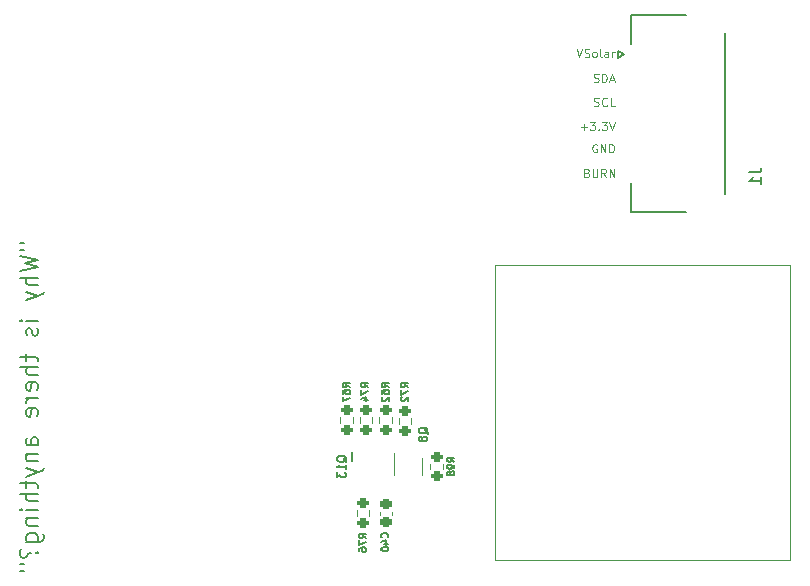
<source format=gbo>
%TF.GenerationSoftware,KiCad,Pcbnew,(6.0.5)*%
%TF.CreationDate,2022-07-09T16:00:03-07:00*%
%TF.ProjectId,solar-panel-side-Z-plus,736f6c61-722d-4706-916e-656c2d736964,rev?*%
%TF.SameCoordinates,Original*%
%TF.FileFunction,Legend,Bot*%
%TF.FilePolarity,Positive*%
%FSLAX46Y46*%
G04 Gerber Fmt 4.6, Leading zero omitted, Abs format (unit mm)*
G04 Created by KiCad (PCBNEW (6.0.5)) date 2022-07-09 16:00:03*
%MOMM*%
%LPD*%
G01*
G04 APERTURE LIST*
G04 Aperture macros list*
%AMRoundRect*
0 Rectangle with rounded corners*
0 $1 Rounding radius*
0 $2 $3 $4 $5 $6 $7 $8 $9 X,Y pos of 4 corners*
0 Add a 4 corners polygon primitive as box body*
4,1,4,$2,$3,$4,$5,$6,$7,$8,$9,$2,$3,0*
0 Add four circle primitives for the rounded corners*
1,1,$1+$1,$2,$3*
1,1,$1+$1,$4,$5*
1,1,$1+$1,$6,$7*
1,1,$1+$1,$8,$9*
0 Add four rect primitives between the rounded corners*
20,1,$1+$1,$2,$3,$4,$5,0*
20,1,$1+$1,$4,$5,$6,$7,0*
20,1,$1+$1,$6,$7,$8,$9,0*
20,1,$1+$1,$8,$9,$2,$3,0*%
G04 Aperture macros list end*
%ADD10C,0.120000*%
%ADD11C,0.100000*%
%ADD12C,0.150000*%
%ADD13C,0.127000*%
%ADD14C,0.200000*%
%ADD15C,0.010000*%
%ADD16C,3.000000*%
%ADD17R,1.700000X1.700000*%
%ADD18O,1.700000X1.700000*%
%ADD19C,3.800000*%
%ADD20C,2.600000*%
%ADD21RoundRect,0.200000X0.275000X-0.200000X0.275000X0.200000X-0.275000X0.200000X-0.275000X-0.200000X0*%
%ADD22RoundRect,0.200000X-0.275000X0.200000X-0.275000X-0.200000X0.275000X-0.200000X0.275000X0.200000X0*%
%ADD23R,0.400000X0.600000*%
%ADD24R,0.400000X0.650000*%
%ADD25RoundRect,0.225000X-0.250000X0.225000X-0.250000X-0.225000X0.250000X-0.225000X0.250000X0.225000X0*%
G04 APERTURE END LIST*
D10*
X168870000Y-107655000D02*
X168870000Y-82655000D01*
X143870000Y-107655000D02*
X168870000Y-107655000D01*
X143870000Y-82655000D02*
X168870000Y-82655000D01*
X143870000Y-107655000D02*
X143870000Y-82655000D01*
D11*
X151684166Y-74880000D02*
X151784166Y-74913333D01*
X151817500Y-74946666D01*
X151850833Y-75013333D01*
X151850833Y-75113333D01*
X151817500Y-75180000D01*
X151784166Y-75213333D01*
X151717500Y-75246666D01*
X151450833Y-75246666D01*
X151450833Y-74546666D01*
X151684166Y-74546666D01*
X151750833Y-74580000D01*
X151784166Y-74613333D01*
X151817500Y-74680000D01*
X151817500Y-74746666D01*
X151784166Y-74813333D01*
X151750833Y-74846666D01*
X151684166Y-74880000D01*
X151450833Y-74880000D01*
X152150833Y-74546666D02*
X152150833Y-75113333D01*
X152184166Y-75180000D01*
X152217500Y-75213333D01*
X152284166Y-75246666D01*
X152417500Y-75246666D01*
X152484166Y-75213333D01*
X152517500Y-75180000D01*
X152550833Y-75113333D01*
X152550833Y-74546666D01*
X153284166Y-75246666D02*
X153050833Y-74913333D01*
X152884166Y-75246666D02*
X152884166Y-74546666D01*
X153150833Y-74546666D01*
X153217500Y-74580000D01*
X153250833Y-74613333D01*
X153284166Y-74680000D01*
X153284166Y-74780000D01*
X153250833Y-74846666D01*
X153217500Y-74880000D01*
X153150833Y-74913333D01*
X152884166Y-74913333D01*
X153584166Y-75246666D02*
X153584166Y-74546666D01*
X153984166Y-75246666D01*
X153984166Y-74546666D01*
D12*
X103678571Y-80817142D02*
X103964285Y-80817142D01*
X103678571Y-81388571D02*
X103964285Y-81388571D01*
X103678571Y-81888571D02*
X105178571Y-82245714D01*
X104107142Y-82531428D01*
X105178571Y-82817142D01*
X103678571Y-83174285D01*
X105178571Y-83745714D02*
X103678571Y-83745714D01*
X105178571Y-84388571D02*
X104392857Y-84388571D01*
X104250000Y-84317142D01*
X104178571Y-84174285D01*
X104178571Y-83960000D01*
X104250000Y-83817142D01*
X104321428Y-83745714D01*
X104178571Y-84960000D02*
X105178571Y-85317142D01*
X104178571Y-85674285D02*
X105178571Y-85317142D01*
X105535714Y-85174285D01*
X105607142Y-85102857D01*
X105678571Y-84960000D01*
X105178571Y-87388571D02*
X104178571Y-87388571D01*
X103678571Y-87388571D02*
X103750000Y-87317142D01*
X103821428Y-87388571D01*
X103750000Y-87460000D01*
X103678571Y-87388571D01*
X103821428Y-87388571D01*
X105107142Y-88031428D02*
X105178571Y-88174285D01*
X105178571Y-88460000D01*
X105107142Y-88602857D01*
X104964285Y-88674285D01*
X104892857Y-88674285D01*
X104750000Y-88602857D01*
X104678571Y-88460000D01*
X104678571Y-88245714D01*
X104607142Y-88102857D01*
X104464285Y-88031428D01*
X104392857Y-88031428D01*
X104250000Y-88102857D01*
X104178571Y-88245714D01*
X104178571Y-88460000D01*
X104250000Y-88602857D01*
X104178571Y-90245714D02*
X104178571Y-90817142D01*
X103678571Y-90460000D02*
X104964285Y-90460000D01*
X105107142Y-90531428D01*
X105178571Y-90674285D01*
X105178571Y-90817142D01*
X105178571Y-91317142D02*
X103678571Y-91317142D01*
X105178571Y-91960000D02*
X104392857Y-91960000D01*
X104250000Y-91888571D01*
X104178571Y-91745714D01*
X104178571Y-91531428D01*
X104250000Y-91388571D01*
X104321428Y-91317142D01*
X105107142Y-93245714D02*
X105178571Y-93102857D01*
X105178571Y-92817142D01*
X105107142Y-92674285D01*
X104964285Y-92602857D01*
X104392857Y-92602857D01*
X104250000Y-92674285D01*
X104178571Y-92817142D01*
X104178571Y-93102857D01*
X104250000Y-93245714D01*
X104392857Y-93317142D01*
X104535714Y-93317142D01*
X104678571Y-92602857D01*
X105178571Y-93959999D02*
X104178571Y-93959999D01*
X104464285Y-93959999D02*
X104321428Y-94031428D01*
X104250000Y-94102857D01*
X104178571Y-94245714D01*
X104178571Y-94388571D01*
X105107142Y-95460000D02*
X105178571Y-95317142D01*
X105178571Y-95031428D01*
X105107142Y-94888571D01*
X104964285Y-94817142D01*
X104392857Y-94817142D01*
X104250000Y-94888571D01*
X104178571Y-95031428D01*
X104178571Y-95317142D01*
X104250000Y-95460000D01*
X104392857Y-95531428D01*
X104535714Y-95531428D01*
X104678571Y-94817142D01*
X105178571Y-97960000D02*
X104392857Y-97960000D01*
X104250000Y-97888571D01*
X104178571Y-97745714D01*
X104178571Y-97460000D01*
X104250000Y-97317142D01*
X105107142Y-97960000D02*
X105178571Y-97817142D01*
X105178571Y-97460000D01*
X105107142Y-97317142D01*
X104964285Y-97245714D01*
X104821428Y-97245714D01*
X104678571Y-97317142D01*
X104607142Y-97460000D01*
X104607142Y-97817142D01*
X104535714Y-97960000D01*
X104178571Y-98674285D02*
X105178571Y-98674285D01*
X104321428Y-98674285D02*
X104250000Y-98745714D01*
X104178571Y-98888571D01*
X104178571Y-99102857D01*
X104250000Y-99245714D01*
X104392857Y-99317142D01*
X105178571Y-99317142D01*
X104178571Y-99888571D02*
X105178571Y-100245714D01*
X104178571Y-100602857D02*
X105178571Y-100245714D01*
X105535714Y-100102857D01*
X105607142Y-100031428D01*
X105678571Y-99888571D01*
X104178571Y-100959999D02*
X104178571Y-101531428D01*
X103678571Y-101174285D02*
X104964285Y-101174285D01*
X105107142Y-101245714D01*
X105178571Y-101388571D01*
X105178571Y-101531428D01*
X105178571Y-102031428D02*
X103678571Y-102031428D01*
X105178571Y-102674285D02*
X104392857Y-102674285D01*
X104250000Y-102602857D01*
X104178571Y-102459999D01*
X104178571Y-102245714D01*
X104250000Y-102102857D01*
X104321428Y-102031428D01*
X105178571Y-103388571D02*
X104178571Y-103388571D01*
X103678571Y-103388571D02*
X103750000Y-103317142D01*
X103821428Y-103388571D01*
X103750000Y-103459999D01*
X103678571Y-103388571D01*
X103821428Y-103388571D01*
X104178571Y-104102857D02*
X105178571Y-104102857D01*
X104321428Y-104102857D02*
X104250000Y-104174285D01*
X104178571Y-104317142D01*
X104178571Y-104531428D01*
X104250000Y-104674285D01*
X104392857Y-104745714D01*
X105178571Y-104745714D01*
X104178571Y-106102857D02*
X105392857Y-106102857D01*
X105535714Y-106031428D01*
X105607142Y-105959999D01*
X105678571Y-105817142D01*
X105678571Y-105602857D01*
X105607142Y-105459999D01*
X105107142Y-106102857D02*
X105178571Y-105959999D01*
X105178571Y-105674285D01*
X105107142Y-105531428D01*
X105035714Y-105459999D01*
X104892857Y-105388571D01*
X104464285Y-105388571D01*
X104321428Y-105459999D01*
X104250000Y-105531428D01*
X104178571Y-105674285D01*
X104178571Y-105959999D01*
X104250000Y-106102857D01*
X105035714Y-107031428D02*
X105107142Y-107102857D01*
X105178571Y-107031428D01*
X105107142Y-106959999D01*
X105035714Y-107031428D01*
X105178571Y-107031428D01*
X103750000Y-106745714D02*
X103678571Y-106888571D01*
X103678571Y-107245714D01*
X103750000Y-107388571D01*
X103892857Y-107459999D01*
X104035714Y-107459999D01*
X104178571Y-107388571D01*
X104250000Y-107317142D01*
X104321428Y-107174285D01*
X104392857Y-107102857D01*
X104535714Y-107031428D01*
X104607142Y-107031428D01*
X103678571Y-108031428D02*
X103964285Y-108031428D01*
X103678571Y-108602857D02*
X103964285Y-108602857D01*
D11*
X152248500Y-67148833D02*
X152348500Y-67182166D01*
X152515166Y-67182166D01*
X152581833Y-67148833D01*
X152615166Y-67115500D01*
X152648500Y-67048833D01*
X152648500Y-66982166D01*
X152615166Y-66915500D01*
X152581833Y-66882166D01*
X152515166Y-66848833D01*
X152381833Y-66815500D01*
X152315166Y-66782166D01*
X152281833Y-66748833D01*
X152248500Y-66682166D01*
X152248500Y-66615500D01*
X152281833Y-66548833D01*
X152315166Y-66515500D01*
X152381833Y-66482166D01*
X152548500Y-66482166D01*
X152648500Y-66515500D01*
X152948500Y-67182166D02*
X152948500Y-66482166D01*
X153115166Y-66482166D01*
X153215166Y-66515500D01*
X153281833Y-66582166D01*
X153315166Y-66648833D01*
X153348500Y-66782166D01*
X153348500Y-66882166D01*
X153315166Y-67015500D01*
X153281833Y-67082166D01*
X153215166Y-67148833D01*
X153115166Y-67182166D01*
X152948500Y-67182166D01*
X153615166Y-66982166D02*
X153948500Y-66982166D01*
X153548500Y-67182166D02*
X153781833Y-66482166D01*
X154015166Y-67182166D01*
X152265166Y-69180833D02*
X152365166Y-69214166D01*
X152531833Y-69214166D01*
X152598500Y-69180833D01*
X152631833Y-69147500D01*
X152665166Y-69080833D01*
X152665166Y-69014166D01*
X152631833Y-68947500D01*
X152598500Y-68914166D01*
X152531833Y-68880833D01*
X152398500Y-68847500D01*
X152331833Y-68814166D01*
X152298500Y-68780833D01*
X152265166Y-68714166D01*
X152265166Y-68647500D01*
X152298500Y-68580833D01*
X152331833Y-68547500D01*
X152398500Y-68514166D01*
X152565166Y-68514166D01*
X152665166Y-68547500D01*
X153365166Y-69147500D02*
X153331833Y-69180833D01*
X153231833Y-69214166D01*
X153165166Y-69214166D01*
X153065166Y-69180833D01*
X152998500Y-69114166D01*
X152965166Y-69047500D01*
X152931833Y-68914166D01*
X152931833Y-68814166D01*
X152965166Y-68680833D01*
X152998500Y-68614166D01*
X153065166Y-68547500D01*
X153165166Y-68514166D01*
X153231833Y-68514166D01*
X153331833Y-68547500D01*
X153365166Y-68580833D01*
X153998500Y-69214166D02*
X153665166Y-69214166D01*
X153665166Y-68514166D01*
X150800000Y-64386666D02*
X151033333Y-65086666D01*
X151266666Y-64386666D01*
X151466666Y-65053333D02*
X151566666Y-65086666D01*
X151733333Y-65086666D01*
X151800000Y-65053333D01*
X151833333Y-65020000D01*
X151866666Y-64953333D01*
X151866666Y-64886666D01*
X151833333Y-64820000D01*
X151800000Y-64786666D01*
X151733333Y-64753333D01*
X151600000Y-64720000D01*
X151533333Y-64686666D01*
X151500000Y-64653333D01*
X151466666Y-64586666D01*
X151466666Y-64520000D01*
X151500000Y-64453333D01*
X151533333Y-64420000D01*
X151600000Y-64386666D01*
X151766666Y-64386666D01*
X151866666Y-64420000D01*
X152266666Y-65086666D02*
X152200000Y-65053333D01*
X152166666Y-65020000D01*
X152133333Y-64953333D01*
X152133333Y-64753333D01*
X152166666Y-64686666D01*
X152200000Y-64653333D01*
X152266666Y-64620000D01*
X152366666Y-64620000D01*
X152433333Y-64653333D01*
X152466666Y-64686666D01*
X152500000Y-64753333D01*
X152500000Y-64953333D01*
X152466666Y-65020000D01*
X152433333Y-65053333D01*
X152366666Y-65086666D01*
X152266666Y-65086666D01*
X152900000Y-65086666D02*
X152833333Y-65053333D01*
X152800000Y-64986666D01*
X152800000Y-64386666D01*
X153466666Y-65086666D02*
X153466666Y-64720000D01*
X153433333Y-64653333D01*
X153366666Y-64620000D01*
X153233333Y-64620000D01*
X153166666Y-64653333D01*
X153466666Y-65053333D02*
X153400000Y-65086666D01*
X153233333Y-65086666D01*
X153166666Y-65053333D01*
X153133333Y-64986666D01*
X153133333Y-64920000D01*
X153166666Y-64853333D01*
X153233333Y-64820000D01*
X153400000Y-64820000D01*
X153466666Y-64786666D01*
X153800000Y-65086666D02*
X153800000Y-64620000D01*
X153800000Y-64753333D02*
X153833333Y-64686666D01*
X153866666Y-64653333D01*
X153933333Y-64620000D01*
X154000000Y-64620000D01*
X151127000Y-70979500D02*
X151660333Y-70979500D01*
X151393666Y-71246166D02*
X151393666Y-70712833D01*
X151927000Y-70546166D02*
X152360333Y-70546166D01*
X152127000Y-70812833D01*
X152227000Y-70812833D01*
X152293666Y-70846166D01*
X152327000Y-70879500D01*
X152360333Y-70946166D01*
X152360333Y-71112833D01*
X152327000Y-71179500D01*
X152293666Y-71212833D01*
X152227000Y-71246166D01*
X152027000Y-71246166D01*
X151960333Y-71212833D01*
X151927000Y-71179500D01*
X152660333Y-71179500D02*
X152693666Y-71212833D01*
X152660333Y-71246166D01*
X152627000Y-71212833D01*
X152660333Y-71179500D01*
X152660333Y-71246166D01*
X152927000Y-70546166D02*
X153360333Y-70546166D01*
X153127000Y-70812833D01*
X153227000Y-70812833D01*
X153293666Y-70846166D01*
X153327000Y-70879500D01*
X153360333Y-70946166D01*
X153360333Y-71112833D01*
X153327000Y-71179500D01*
X153293666Y-71212833D01*
X153227000Y-71246166D01*
X153027000Y-71246166D01*
X152960333Y-71212833D01*
X152927000Y-71179500D01*
X153560333Y-70546166D02*
X153793666Y-71246166D01*
X154027000Y-70546166D01*
X152501666Y-72484500D02*
X152435000Y-72451166D01*
X152335000Y-72451166D01*
X152235000Y-72484500D01*
X152168333Y-72551166D01*
X152135000Y-72617833D01*
X152101666Y-72751166D01*
X152101666Y-72851166D01*
X152135000Y-72984500D01*
X152168333Y-73051166D01*
X152235000Y-73117833D01*
X152335000Y-73151166D01*
X152401666Y-73151166D01*
X152501666Y-73117833D01*
X152535000Y-73084500D01*
X152535000Y-72851166D01*
X152401666Y-72851166D01*
X152835000Y-73151166D02*
X152835000Y-72451166D01*
X153235000Y-73151166D01*
X153235000Y-72451166D01*
X153568333Y-73151166D02*
X153568333Y-72451166D01*
X153735000Y-72451166D01*
X153835000Y-72484500D01*
X153901666Y-72551166D01*
X153935000Y-72617833D01*
X153968333Y-72751166D01*
X153968333Y-72851166D01*
X153935000Y-72984500D01*
X153901666Y-73051166D01*
X153835000Y-73117833D01*
X153735000Y-73151166D01*
X153568333Y-73151166D01*
D12*
X165422380Y-74841666D02*
X166136666Y-74841666D01*
X166279523Y-74794047D01*
X166374761Y-74698809D01*
X166422380Y-74555952D01*
X166422380Y-74460714D01*
X166422380Y-75841666D02*
X166422380Y-75270238D01*
X166422380Y-75555952D02*
X165422380Y-75555952D01*
X165565238Y-75460714D01*
X165660476Y-75365476D01*
X165708095Y-75270238D01*
X140428628Y-99347385D02*
X140142914Y-99147385D01*
X140428628Y-99004528D02*
X139828628Y-99004528D01*
X139828628Y-99233100D01*
X139857200Y-99290242D01*
X139885771Y-99318814D01*
X139942914Y-99347385D01*
X140028628Y-99347385D01*
X140085771Y-99318814D01*
X140114342Y-99290242D01*
X140142914Y-99233100D01*
X140142914Y-99004528D01*
X140428628Y-99633100D02*
X140428628Y-99747385D01*
X140400057Y-99804528D01*
X140371485Y-99833100D01*
X140285771Y-99890242D01*
X140171485Y-99918814D01*
X139942914Y-99918814D01*
X139885771Y-99890242D01*
X139857200Y-99861671D01*
X139828628Y-99804528D01*
X139828628Y-99690242D01*
X139857200Y-99633100D01*
X139885771Y-99604528D01*
X139942914Y-99575957D01*
X140085771Y-99575957D01*
X140142914Y-99604528D01*
X140171485Y-99633100D01*
X140200057Y-99690242D01*
X140200057Y-99804528D01*
X140171485Y-99861671D01*
X140142914Y-99890242D01*
X140085771Y-99918814D01*
X140085771Y-100261671D02*
X140057200Y-100204528D01*
X140028628Y-100175957D01*
X139971485Y-100147385D01*
X139942914Y-100147385D01*
X139885771Y-100175957D01*
X139857200Y-100204528D01*
X139828628Y-100261671D01*
X139828628Y-100375957D01*
X139857200Y-100433100D01*
X139885771Y-100461671D01*
X139942914Y-100490242D01*
X139971485Y-100490242D01*
X140028628Y-100461671D01*
X140057200Y-100433100D01*
X140085771Y-100375957D01*
X140085771Y-100261671D01*
X140114342Y-100204528D01*
X140142914Y-100175957D01*
X140200057Y-100147385D01*
X140314342Y-100147385D01*
X140371485Y-100175957D01*
X140400057Y-100204528D01*
X140428628Y-100261671D01*
X140428628Y-100375957D01*
X140400057Y-100433100D01*
X140371485Y-100461671D01*
X140314342Y-100490242D01*
X140200057Y-100490242D01*
X140142914Y-100461671D01*
X140114342Y-100433100D01*
X140085771Y-100375957D01*
X131589428Y-93048185D02*
X131303714Y-92848185D01*
X131589428Y-92705328D02*
X130989428Y-92705328D01*
X130989428Y-92933900D01*
X131018000Y-92991042D01*
X131046571Y-93019614D01*
X131103714Y-93048185D01*
X131189428Y-93048185D01*
X131246571Y-93019614D01*
X131275142Y-92991042D01*
X131303714Y-92933900D01*
X131303714Y-92705328D01*
X130989428Y-93562471D02*
X130989428Y-93448185D01*
X131018000Y-93391042D01*
X131046571Y-93362471D01*
X131132285Y-93305328D01*
X131246571Y-93276757D01*
X131475142Y-93276757D01*
X131532285Y-93305328D01*
X131560857Y-93333900D01*
X131589428Y-93391042D01*
X131589428Y-93505328D01*
X131560857Y-93562471D01*
X131532285Y-93591042D01*
X131475142Y-93619614D01*
X131332285Y-93619614D01*
X131275142Y-93591042D01*
X131246571Y-93562471D01*
X131218000Y-93505328D01*
X131218000Y-93391042D01*
X131246571Y-93333900D01*
X131275142Y-93305328D01*
X131332285Y-93276757D01*
X130989428Y-93819614D02*
X130989428Y-94219614D01*
X131589428Y-93962471D01*
X136517028Y-93048185D02*
X136231314Y-92848185D01*
X136517028Y-92705328D02*
X135917028Y-92705328D01*
X135917028Y-92933900D01*
X135945600Y-92991042D01*
X135974171Y-93019614D01*
X136031314Y-93048185D01*
X136117028Y-93048185D01*
X136174171Y-93019614D01*
X136202742Y-92991042D01*
X136231314Y-92933900D01*
X136231314Y-92705328D01*
X135917028Y-93248185D02*
X135917028Y-93648185D01*
X136517028Y-93391042D01*
X135974171Y-93848185D02*
X135945600Y-93876757D01*
X135917028Y-93933900D01*
X135917028Y-94076757D01*
X135945600Y-94133900D01*
X135974171Y-94162471D01*
X136031314Y-94191042D01*
X136088457Y-94191042D01*
X136174171Y-94162471D01*
X136517028Y-93819614D01*
X136517028Y-94191042D01*
X132961028Y-105798985D02*
X132675314Y-105598985D01*
X132961028Y-105456128D02*
X132361028Y-105456128D01*
X132361028Y-105684700D01*
X132389600Y-105741842D01*
X132418171Y-105770414D01*
X132475314Y-105798985D01*
X132561028Y-105798985D01*
X132618171Y-105770414D01*
X132646742Y-105741842D01*
X132675314Y-105684700D01*
X132675314Y-105456128D01*
X132361028Y-105998985D02*
X132361028Y-106398985D01*
X132961028Y-106141842D01*
X132361028Y-106884700D02*
X132361028Y-106770414D01*
X132389600Y-106713271D01*
X132418171Y-106684700D01*
X132503885Y-106627557D01*
X132618171Y-106598985D01*
X132846742Y-106598985D01*
X132903885Y-106627557D01*
X132932457Y-106656128D01*
X132961028Y-106713271D01*
X132961028Y-106827557D01*
X132932457Y-106884700D01*
X132903885Y-106913271D01*
X132846742Y-106941842D01*
X132703885Y-106941842D01*
X132646742Y-106913271D01*
X132618171Y-106884700D01*
X132589600Y-106827557D01*
X132589600Y-106713271D01*
X132618171Y-106656128D01*
X132646742Y-106627557D01*
X132703885Y-106598985D01*
X133164228Y-93048185D02*
X132878514Y-92848185D01*
X133164228Y-92705328D02*
X132564228Y-92705328D01*
X132564228Y-92933900D01*
X132592800Y-92991042D01*
X132621371Y-93019614D01*
X132678514Y-93048185D01*
X132764228Y-93048185D01*
X132821371Y-93019614D01*
X132849942Y-92991042D01*
X132878514Y-92933900D01*
X132878514Y-92705328D01*
X132564228Y-93248185D02*
X132564228Y-93648185D01*
X133164228Y-93391042D01*
X132764228Y-94133900D02*
X133164228Y-94133900D01*
X132535657Y-93991042D02*
X132964228Y-93848185D01*
X132964228Y-94219614D01*
D13*
X131292333Y-99358500D02*
X131259000Y-99291833D01*
X131192333Y-99225166D01*
X131092333Y-99125166D01*
X131059000Y-99058500D01*
X131059000Y-98991833D01*
X131225666Y-99025166D02*
X131192333Y-98958500D01*
X131125666Y-98891833D01*
X130992333Y-98858500D01*
X130759000Y-98858500D01*
X130625666Y-98891833D01*
X130559000Y-98958500D01*
X130525666Y-99025166D01*
X130525666Y-99158500D01*
X130559000Y-99225166D01*
X130625666Y-99291833D01*
X130759000Y-99325166D01*
X130992333Y-99325166D01*
X131125666Y-99291833D01*
X131192333Y-99225166D01*
X131225666Y-99158500D01*
X131225666Y-99025166D01*
X131225666Y-99991833D02*
X131225666Y-99591833D01*
X131225666Y-99791833D02*
X130525666Y-99791833D01*
X130625666Y-99725166D01*
X130692333Y-99658500D01*
X130725666Y-99591833D01*
X130525666Y-100225166D02*
X130525666Y-100658500D01*
X130792333Y-100425166D01*
X130792333Y-100525166D01*
X130825666Y-100591833D01*
X130859000Y-100625166D01*
X130925666Y-100658500D01*
X131092333Y-100658500D01*
X131159000Y-100625166D01*
X131192333Y-100591833D01*
X131225666Y-100525166D01*
X131225666Y-100325166D01*
X131192333Y-100258500D01*
X131159000Y-100225166D01*
D12*
X134891428Y-93048185D02*
X134605714Y-92848185D01*
X134891428Y-92705328D02*
X134291428Y-92705328D01*
X134291428Y-92933900D01*
X134320000Y-92991042D01*
X134348571Y-93019614D01*
X134405714Y-93048185D01*
X134491428Y-93048185D01*
X134548571Y-93019614D01*
X134577142Y-92991042D01*
X134605714Y-92933900D01*
X134605714Y-92705328D01*
X134291428Y-93562471D02*
X134291428Y-93448185D01*
X134320000Y-93391042D01*
X134348571Y-93362471D01*
X134434285Y-93305328D01*
X134548571Y-93276757D01*
X134777142Y-93276757D01*
X134834285Y-93305328D01*
X134862857Y-93333900D01*
X134891428Y-93391042D01*
X134891428Y-93505328D01*
X134862857Y-93562471D01*
X134834285Y-93591042D01*
X134777142Y-93619614D01*
X134634285Y-93619614D01*
X134577142Y-93591042D01*
X134548571Y-93562471D01*
X134520000Y-93505328D01*
X134520000Y-93391042D01*
X134548571Y-93333900D01*
X134577142Y-93305328D01*
X134634285Y-93276757D01*
X134348571Y-93848185D02*
X134320000Y-93876757D01*
X134291428Y-93933900D01*
X134291428Y-94076757D01*
X134320000Y-94133900D01*
X134348571Y-94162471D01*
X134405714Y-94191042D01*
X134462857Y-94191042D01*
X134548571Y-94162471D01*
X134891428Y-93819614D01*
X134891428Y-94191042D01*
X138203733Y-96974033D02*
X138170400Y-96907366D01*
X138103733Y-96840700D01*
X138003733Y-96740700D01*
X137970400Y-96674033D01*
X137970400Y-96607366D01*
X138137066Y-96640700D02*
X138103733Y-96574033D01*
X138037066Y-96507366D01*
X137903733Y-96474033D01*
X137670400Y-96474033D01*
X137537066Y-96507366D01*
X137470400Y-96574033D01*
X137437066Y-96640700D01*
X137437066Y-96774033D01*
X137470400Y-96840700D01*
X137537066Y-96907366D01*
X137670400Y-96940700D01*
X137903733Y-96940700D01*
X138037066Y-96907366D01*
X138103733Y-96840700D01*
X138137066Y-96774033D01*
X138137066Y-96640700D01*
X137737066Y-97340700D02*
X137703733Y-97274033D01*
X137670400Y-97240700D01*
X137603733Y-97207366D01*
X137570400Y-97207366D01*
X137503733Y-97240700D01*
X137470400Y-97274033D01*
X137437066Y-97340700D01*
X137437066Y-97474033D01*
X137470400Y-97540700D01*
X137503733Y-97574033D01*
X137570400Y-97607366D01*
X137603733Y-97607366D01*
X137670400Y-97574033D01*
X137703733Y-97540700D01*
X137737066Y-97474033D01*
X137737066Y-97340700D01*
X137770400Y-97274033D01*
X137803733Y-97240700D01*
X137870400Y-97207366D01*
X138003733Y-97207366D01*
X138070400Y-97240700D01*
X138103733Y-97274033D01*
X138137066Y-97340700D01*
X138137066Y-97474033D01*
X138103733Y-97540700D01*
X138070400Y-97574033D01*
X138003733Y-97607366D01*
X137870400Y-97607366D01*
X137803733Y-97574033D01*
X137770400Y-97540700D01*
X137737066Y-97474033D01*
X134783485Y-105748185D02*
X134812057Y-105719614D01*
X134840628Y-105633900D01*
X134840628Y-105576757D01*
X134812057Y-105491042D01*
X134754914Y-105433900D01*
X134697771Y-105405328D01*
X134583485Y-105376757D01*
X134497771Y-105376757D01*
X134383485Y-105405328D01*
X134326342Y-105433900D01*
X134269200Y-105491042D01*
X134240628Y-105576757D01*
X134240628Y-105633900D01*
X134269200Y-105719614D01*
X134297771Y-105748185D01*
X134440628Y-106262471D02*
X134840628Y-106262471D01*
X134212057Y-106119614D02*
X134640628Y-105976757D01*
X134640628Y-106348185D01*
X134240628Y-106691042D02*
X134240628Y-106748185D01*
X134269200Y-106805328D01*
X134297771Y-106833900D01*
X134354914Y-106862471D01*
X134469200Y-106891042D01*
X134612057Y-106891042D01*
X134726342Y-106862471D01*
X134783485Y-106833900D01*
X134812057Y-106805328D01*
X134840628Y-106748185D01*
X134840628Y-106691042D01*
X134812057Y-106633900D01*
X134783485Y-106605328D01*
X134726342Y-106576757D01*
X134612057Y-106548185D01*
X134469200Y-106548185D01*
X134354914Y-106576757D01*
X134297771Y-106605328D01*
X134269200Y-106633900D01*
X134240628Y-106691042D01*
D13*
X155410000Y-78225000D02*
X160035000Y-78225000D01*
X154265000Y-64550000D02*
X154265000Y-65150000D01*
X163360000Y-63050000D02*
X163360000Y-76650000D01*
X154765000Y-64850000D02*
X154265000Y-64550000D01*
X155410000Y-75750000D02*
X155410000Y-78225000D01*
X160035000Y-61475000D02*
X155410000Y-61475000D01*
X155410000Y-61475000D02*
X155410000Y-63950000D01*
X154265000Y-65150000D02*
X154765000Y-64850000D01*
D10*
X139460500Y-99995758D02*
X139460500Y-99521242D01*
X138415500Y-99995758D02*
X138415500Y-99521242D01*
X131840500Y-95584242D02*
X131840500Y-96058758D01*
X130795500Y-95584242D02*
X130795500Y-96058758D01*
X135748500Y-96121758D02*
X135748500Y-95647242D01*
X136793500Y-96121758D02*
X136793500Y-95647242D01*
X133237500Y-103932758D02*
X133237500Y-103458242D01*
X132192500Y-103932758D02*
X132192500Y-103458242D01*
X133491500Y-95584242D02*
X133491500Y-96058758D01*
X132446500Y-95584242D02*
X132446500Y-96058758D01*
D14*
X131769000Y-98518500D02*
X131769000Y-99258500D01*
D10*
X134097500Y-95584242D02*
X134097500Y-96058758D01*
X135142500Y-95584242D02*
X135142500Y-96058758D01*
X135365000Y-100458500D02*
X135365000Y-98558500D01*
X137685000Y-99058500D02*
X137685000Y-100458500D01*
X135130000Y-103554920D02*
X135130000Y-103836080D01*
X134110000Y-103554920D02*
X134110000Y-103836080D01*
%LPC*%
G36*
X163336200Y-62706200D02*
G01*
X160283800Y-62706200D01*
X160283800Y-61203800D01*
X163336200Y-61203800D01*
X163336200Y-62706200D01*
G37*
D15*
X163336200Y-62706200D02*
X160283800Y-62706200D01*
X160283800Y-61203800D01*
X163336200Y-61203800D01*
X163336200Y-62706200D01*
G36*
X156636200Y-75476200D02*
G01*
X155033800Y-75476200D01*
X155033800Y-74223800D01*
X156636200Y-74223800D01*
X156636200Y-75476200D01*
G37*
X156636200Y-75476200D02*
X155033800Y-75476200D01*
X155033800Y-74223800D01*
X156636200Y-74223800D01*
X156636200Y-75476200D01*
G36*
X156636200Y-73476200D02*
G01*
X155033800Y-73476200D01*
X155033800Y-72223800D01*
X156636200Y-72223800D01*
X156636200Y-73476200D01*
G37*
X156636200Y-73476200D02*
X155033800Y-73476200D01*
X155033800Y-72223800D01*
X156636200Y-72223800D01*
X156636200Y-73476200D01*
G36*
X156636200Y-69476200D02*
G01*
X155033800Y-69476200D01*
X155033800Y-68223800D01*
X156636200Y-68223800D01*
X156636200Y-69476200D01*
G37*
X156636200Y-69476200D02*
X155033800Y-69476200D01*
X155033800Y-68223800D01*
X156636200Y-68223800D01*
X156636200Y-69476200D01*
G36*
X156636200Y-67476200D02*
G01*
X155033800Y-67476200D01*
X155033800Y-66223800D01*
X156636200Y-66223800D01*
X156636200Y-67476200D01*
G37*
X156636200Y-67476200D02*
X155033800Y-67476200D01*
X155033800Y-66223800D01*
X156636200Y-66223800D01*
X156636200Y-67476200D01*
G36*
X163336200Y-78496200D02*
G01*
X160283800Y-78496200D01*
X160283800Y-76993800D01*
X163336200Y-76993800D01*
X163336200Y-78496200D01*
G37*
X163336200Y-78496200D02*
X160283800Y-78496200D01*
X160283800Y-76993800D01*
X163336200Y-76993800D01*
X163336200Y-78496200D01*
G36*
X156636200Y-65476200D02*
G01*
X155033800Y-65476200D01*
X155033800Y-64223800D01*
X156636200Y-64223800D01*
X156636200Y-65476200D01*
G37*
X156636200Y-65476200D02*
X155033800Y-65476200D01*
X155033800Y-64223800D01*
X156636200Y-64223800D01*
X156636200Y-65476200D01*
G36*
X156636200Y-71476200D02*
G01*
X155033800Y-71476200D01*
X155033800Y-70223800D01*
X156636200Y-70223800D01*
X156636200Y-71476200D01*
G37*
X156636200Y-71476200D02*
X155033800Y-71476200D01*
X155033800Y-70223800D01*
X156636200Y-70223800D01*
X156636200Y-71476200D01*
D16*
X142575000Y-63555000D03*
X142575000Y-54555000D03*
X131745000Y-65985000D03*
X131745000Y-74985000D03*
D17*
X121285000Y-99695000D03*
X117475000Y-97155000D03*
X118745000Y-99695000D03*
X122845000Y-97155000D03*
D18*
X117475000Y-92075000D03*
D17*
X118745000Y-89535000D03*
X121285000Y-89535000D03*
D18*
X122845000Y-92075000D03*
D16*
X131745000Y-114245000D03*
X131745000Y-123245000D03*
X142575000Y-137215000D03*
X142575000Y-128215000D03*
X180285000Y-99395000D03*
X189285000Y-99395000D03*
X189285000Y-89835000D03*
X180285000Y-89835000D03*
D19*
X121760000Y-138340000D03*
D20*
X121760000Y-138340000D03*
X178434000Y-53340000D03*
D19*
X178434000Y-53340000D03*
X178434000Y-138340000D03*
D20*
X178434000Y-138340000D03*
X121760000Y-53340000D03*
D19*
X121760000Y-53340000D03*
D21*
X138938000Y-100583500D03*
X138938000Y-98933500D03*
D22*
X131318000Y-94996500D03*
X131318000Y-96646500D03*
D21*
X136271000Y-96709500D03*
X136271000Y-95059500D03*
X132715000Y-104520500D03*
X132715000Y-102870500D03*
D22*
X132969000Y-94996500D03*
X132969000Y-96646500D03*
D23*
X132319000Y-98808500D03*
X132969000Y-98808500D03*
X133619000Y-98808500D03*
X133619000Y-100708500D03*
X132969000Y-100708500D03*
X132319000Y-100708500D03*
D22*
X134620000Y-94996500D03*
X134620000Y-96646500D03*
D24*
X135875000Y-98808500D03*
X136525000Y-98808500D03*
X137175000Y-98808500D03*
X137175000Y-100708500D03*
X136525000Y-100708500D03*
X135875000Y-100708500D03*
D25*
X134620000Y-102920500D03*
X134620000Y-104470500D03*
M02*

</source>
